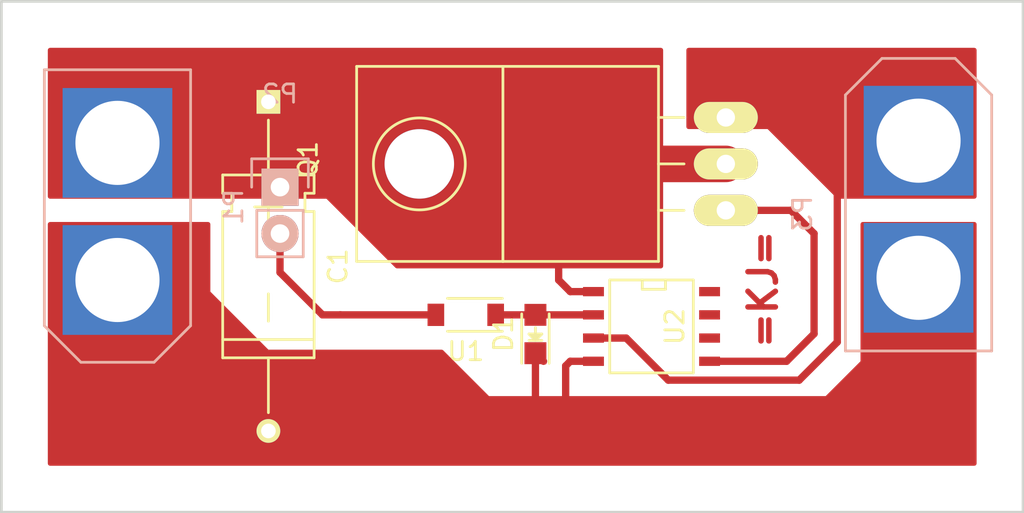
<source format=kicad_pcb>
(kicad_pcb (version 4) (host pcbnew 4.0.4+e1-6308~48~ubuntu16.04.1-stable)

  (general
    (links 15)
    (no_connects 1)
    (area 104.064999 76.124999 160.095001 104.215001)
    (thickness 1.6)
    (drawings 5)
    (tracks 25)
    (zones 0)
    (modules 8)
    (nets 7)
  )

  (page A4)
  (layers
    (0 F.Cu signal)
    (31 B.Cu signal)
    (32 B.Adhes user)
    (33 F.Adhes user)
    (34 B.Paste user)
    (35 F.Paste user)
    (36 B.SilkS user)
    (37 F.SilkS user)
    (38 B.Mask user)
    (39 F.Mask user)
    (40 Dwgs.User user)
    (41 Cmts.User user)
    (42 Eco1.User user)
    (43 Eco2.User user)
    (44 Edge.Cuts user)
    (45 Margin user)
    (46 B.CrtYd user hide)
    (47 F.CrtYd user hide)
    (48 B.Fab user hide)
    (49 F.Fab user hide)
  )

  (setup
    (last_trace_width 0.4)
    (user_trace_width 0.4)
    (user_trace_width 0.5)
    (user_trace_width 0.6)
    (user_trace_width 1)
    (user_trace_width 2)
    (trace_clearance 0.2)
    (zone_clearance 0.508)
    (zone_45_only no)
    (trace_min 0.2)
    (segment_width 0.2)
    (edge_width 0.15)
    (via_size 0.6)
    (via_drill 0.4)
    (via_min_size 0.4)
    (via_min_drill 0.3)
    (uvia_size 0.3)
    (uvia_drill 0.1)
    (uvias_allowed no)
    (uvia_min_size 0.2)
    (uvia_min_drill 0.1)
    (pcb_text_width 0.3)
    (pcb_text_size 1.5 1.5)
    (mod_edge_width 0.15)
    (mod_text_size 1 1)
    (mod_text_width 0.15)
    (pad_size 1.524 1.524)
    (pad_drill 0.762)
    (pad_to_mask_clearance 0.2)
    (aux_axis_origin 0 0)
    (visible_elements FFFFFF7F)
    (pcbplotparams
      (layerselection 0x01000_00000001)
      (usegerberextensions false)
      (excludeedgelayer true)
      (linewidth 0.100000)
      (plotframeref false)
      (viasonmask false)
      (mode 1)
      (useauxorigin false)
      (hpglpennumber 1)
      (hpglpenspeed 20)
      (hpglpendiameter 15)
      (hpglpenoverlay 2)
      (psnegative false)
      (psa4output false)
      (plotreference true)
      (plotvalue true)
      (plotinvisibletext false)
      (padsonsilk false)
      (subtractmaskfromsilk false)
      (outputformat 1)
      (mirror false)
      (drillshape 0)
      (scaleselection 1)
      (outputdirectory "/media/mdh/FREDRIK H/KSW/"))
  )

  (net 0 "")
  (net 1 "Net-(D1-Pad2)")
  (net 2 GND)
  (net 3 +BATT)
  (net 4 "Net-(P2-Pad2)")
  (net 5 /Load+)
  (net 6 "Net-(Q1-Pad1)")

  (net_class Default "This is the default net class."
    (clearance 0.2)
    (trace_width 0.25)
    (via_dia 0.6)
    (via_drill 0.4)
    (uvia_dia 0.3)
    (uvia_drill 0.1)
    (add_net +BATT)
    (add_net /Load+)
    (add_net GND)
    (add_net "Net-(D1-Pad2)")
    (add_net "Net-(P2-Pad2)")
    (add_net "Net-(Q1-Pad1)")
  )

  (module LEDs:LED_0805 (layer F.Cu) (tedit 55BDE1C2) (tstamp 5819CB31)
    (at 133.35 94.39402 90)
    (descr "LED 0805 smd package")
    (tags "LED 0805 SMD")
    (path /5819D8CE)
    (attr smd)
    (fp_text reference D1 (at 0 -1.75 90) (layer F.SilkS)
      (effects (font (size 1 1) (thickness 0.15)))
    )
    (fp_text value LED (at 0 1.75 90) (layer F.Fab)
      (effects (font (size 1 1) (thickness 0.15)))
    )
    (fp_line (start -0.4 -0.3) (end -0.4 0.3) (layer F.Fab) (width 0.15))
    (fp_line (start -0.3 0) (end 0 -0.3) (layer F.Fab) (width 0.15))
    (fp_line (start 0 0.3) (end -0.3 0) (layer F.Fab) (width 0.15))
    (fp_line (start 0 -0.3) (end 0 0.3) (layer F.Fab) (width 0.15))
    (fp_line (start 1 -0.6) (end -1 -0.6) (layer F.Fab) (width 0.15))
    (fp_line (start 1 0.6) (end 1 -0.6) (layer F.Fab) (width 0.15))
    (fp_line (start -1 0.6) (end 1 0.6) (layer F.Fab) (width 0.15))
    (fp_line (start -1 -0.6) (end -1 0.6) (layer F.Fab) (width 0.15))
    (fp_line (start -1.6 0.75) (end 1.1 0.75) (layer F.SilkS) (width 0.15))
    (fp_line (start -1.6 -0.75) (end 1.1 -0.75) (layer F.SilkS) (width 0.15))
    (fp_line (start -0.1 0.15) (end -0.1 -0.1) (layer F.SilkS) (width 0.15))
    (fp_line (start -0.1 -0.1) (end -0.25 0.05) (layer F.SilkS) (width 0.15))
    (fp_line (start -0.35 -0.35) (end -0.35 0.35) (layer F.SilkS) (width 0.15))
    (fp_line (start 0 0) (end 0.35 0) (layer F.SilkS) (width 0.15))
    (fp_line (start -0.35 0) (end 0 -0.35) (layer F.SilkS) (width 0.15))
    (fp_line (start 0 -0.35) (end 0 0.35) (layer F.SilkS) (width 0.15))
    (fp_line (start 0 0.35) (end -0.35 0) (layer F.SilkS) (width 0.15))
    (fp_line (start 1.9 -0.95) (end 1.9 0.95) (layer F.CrtYd) (width 0.05))
    (fp_line (start 1.9 0.95) (end -1.9 0.95) (layer F.CrtYd) (width 0.05))
    (fp_line (start -1.9 0.95) (end -1.9 -0.95) (layer F.CrtYd) (width 0.05))
    (fp_line (start -1.9 -0.95) (end 1.9 -0.95) (layer F.CrtYd) (width 0.05))
    (pad 2 smd rect (at 1.04902 0 270) (size 1.19888 1.19888) (layers F.Cu F.Paste F.Mask)
      (net 1 "Net-(D1-Pad2)"))
    (pad 1 smd rect (at -1.04902 0 270) (size 1.19888 1.19888) (layers F.Cu F.Paste F.Mask)
      (net 2 GND))
    (model LEDs.3dshapes/LED_0805.wrl
      (at (xyz 0 0 0))
      (scale (xyz 1 1 1))
      (rotate (xyz 0 0 0))
    )
  )

  (module KiCad-Dev:XT60 (layer B.Cu) (tedit 580F8DBD) (tstamp 5819CB37)
    (at 110.49 91.44 90)
    (tags "XT60 conn")
    (path /5819E424)
    (fp_text reference P1 (at 4 6.35 90) (layer B.SilkS)
      (effects (font (size 1 1) (thickness 0.15)) (justify mirror))
    )
    (fp_text value CONN_XT60 (at 3.81 5 90) (layer B.Fab)
      (effects (font (size 1 1) (thickness 0.15)) (justify mirror))
    )
    (fp_line (start -4.5 -2) (end -4.5 2) (layer B.SilkS) (width 0.15))
    (fp_line (start -4.5 -2) (end -2.5 -4) (layer B.SilkS) (width 0.15))
    (fp_line (start -4.5 2) (end -2.5 4) (layer B.SilkS) (width 0.15))
    (fp_line (start 11.5 -4) (end -2.5 -4) (layer B.SilkS) (width 0.15))
    (fp_line (start -2.5 4) (end 11.5 4) (layer B.SilkS) (width 0.15))
    (fp_line (start 11.5 -4) (end 11.5 4) (layer B.SilkS) (width 0.15))
    (pad 1 thru_hole rect (at 0 0 90) (size 6 6) (drill 4.6) (layers *.Cu *.Mask)
      (net 2 GND))
    (pad 2 thru_hole rect (at 7.5 0 90) (size 6 6) (drill 4.6) (layers *.Cu *.Mask)
      (net 3 +BATT))
  )

  (module Pin_Headers:Pin_Header_Straight_1x02 (layer B.Cu) (tedit 54EA090C) (tstamp 5819CB3D)
    (at 119.38 86.36 180)
    (descr "Through hole pin header")
    (tags "pin header")
    (path /5819D915)
    (fp_text reference P2 (at 0 5.1 180) (layer B.SilkS)
      (effects (font (size 1 1) (thickness 0.15)) (justify mirror))
    )
    (fp_text value CONN_01X02 (at 0 3.1 180) (layer B.Fab)
      (effects (font (size 1 1) (thickness 0.15)) (justify mirror))
    )
    (fp_line (start 1.27 -1.27) (end 1.27 -3.81) (layer B.SilkS) (width 0.15))
    (fp_line (start 1.55 1.55) (end 1.55 0) (layer B.SilkS) (width 0.15))
    (fp_line (start -1.75 1.75) (end -1.75 -4.3) (layer B.CrtYd) (width 0.05))
    (fp_line (start 1.75 1.75) (end 1.75 -4.3) (layer B.CrtYd) (width 0.05))
    (fp_line (start -1.75 1.75) (end 1.75 1.75) (layer B.CrtYd) (width 0.05))
    (fp_line (start -1.75 -4.3) (end 1.75 -4.3) (layer B.CrtYd) (width 0.05))
    (fp_line (start 1.27 -1.27) (end -1.27 -1.27) (layer B.SilkS) (width 0.15))
    (fp_line (start -1.55 0) (end -1.55 1.55) (layer B.SilkS) (width 0.15))
    (fp_line (start -1.55 1.55) (end 1.55 1.55) (layer B.SilkS) (width 0.15))
    (fp_line (start -1.27 -1.27) (end -1.27 -3.81) (layer B.SilkS) (width 0.15))
    (fp_line (start -1.27 -3.81) (end 1.27 -3.81) (layer B.SilkS) (width 0.15))
    (pad 1 thru_hole rect (at 0 0 180) (size 2.032 2.032) (drill 1.016) (layers *.Cu *.Mask B.SilkS)
      (net 3 +BATT))
    (pad 2 thru_hole oval (at 0 -2.54 180) (size 2.032 2.032) (drill 1.016) (layers *.Cu *.Mask B.SilkS)
      (net 4 "Net-(P2-Pad2)"))
    (model Pin_Headers.3dshapes/Pin_Header_Straight_1x02.wrl
      (at (xyz 0 -0.05 0))
      (scale (xyz 1 1 1))
      (rotate (xyz 0 0 90))
    )
  )

  (module KiCad-Dev:XT60 (layer B.Cu) (tedit 580F8DBD) (tstamp 5819CB43)
    (at 154.305 83.82 270)
    (tags "XT60 conn")
    (path /5819E590)
    (fp_text reference P3 (at 4 6.35 270) (layer B.SilkS)
      (effects (font (size 1 1) (thickness 0.15)) (justify mirror))
    )
    (fp_text value CONN_XT60 (at 3.81 5 270) (layer B.Fab)
      (effects (font (size 1 1) (thickness 0.15)) (justify mirror))
    )
    (fp_line (start -4.5 -2) (end -4.5 2) (layer B.SilkS) (width 0.15))
    (fp_line (start -4.5 -2) (end -2.5 -4) (layer B.SilkS) (width 0.15))
    (fp_line (start -4.5 2) (end -2.5 4) (layer B.SilkS) (width 0.15))
    (fp_line (start 11.5 -4) (end -2.5 -4) (layer B.SilkS) (width 0.15))
    (fp_line (start -2.5 4) (end 11.5 4) (layer B.SilkS) (width 0.15))
    (fp_line (start 11.5 -4) (end 11.5 4) (layer B.SilkS) (width 0.15))
    (pad 1 thru_hole rect (at 0 0 270) (size 6 6) (drill 4.6) (layers *.Cu *.Mask)
      (net 5 /Load+))
    (pad 2 thru_hole rect (at 7.5 0 270) (size 6 6) (drill 4.6) (layers *.Cu *.Mask)
      (net 2 GND))
  )

  (module KiCad-Dev:TO-220_Horizontal_LargePads_HeatsinkPad (layer F.Cu) (tedit 5818BBC2) (tstamp 5819CB4B)
    (at 143.764 85.09 90)
    (descr TO-220)
    (tags TO-220)
    (path /5819EAFF)
    (fp_text reference Q1 (at 0.24892 -22.84984 90) (layer F.SilkS)
      (effects (font (size 1 1) (thickness 0.15)))
    )
    (fp_text value IRFB7537PbF (at -0.20066 4.24942 90) (layer F.Fab)
      (effects (font (size 1 1) (thickness 0.15)))
    )
    (fp_line (start -2.54 -3.683) (end -2.54 -2.286) (layer F.SilkS) (width 0.15))
    (fp_line (start 0 -3.683) (end 0 -2.286) (layer F.SilkS) (width 0.15))
    (fp_line (start 2.54 -3.683) (end 2.54 -2.286) (layer F.SilkS) (width 0.15))
    (fp_circle (center 0 -16.764) (end 1.778 -14.986) (layer F.SilkS) (width 0.15))
    (fp_line (start 5.334 -12.192) (end 5.334 -20.193) (layer F.SilkS) (width 0.15))
    (fp_line (start 5.334 -20.193) (end -5.334 -20.193) (layer F.SilkS) (width 0.15))
    (fp_line (start -5.334 -20.193) (end -5.334 -12.192) (layer F.SilkS) (width 0.15))
    (fp_line (start 5.334 -3.683) (end 5.334 -12.192) (layer F.SilkS) (width 0.15))
    (fp_line (start 5.334 -12.192) (end -5.334 -12.192) (layer F.SilkS) (width 0.15))
    (fp_line (start -5.334 -12.192) (end -5.334 -3.683) (layer F.SilkS) (width 0.15))
    (fp_line (start 0 -3.683) (end -5.334 -3.683) (layer F.SilkS) (width 0.15))
    (fp_line (start 0 -3.683) (end 5.334 -3.683) (layer F.SilkS) (width 0.15))
    (pad 2 thru_hole oval (at 0 0 180) (size 3.50012 1.69926) (drill 1.00076) (layers *.Cu *.Mask F.SilkS)
      (net 3 +BATT))
    (pad 1 thru_hole oval (at -2.54 0 180) (size 3.50012 1.69926) (drill 1.00076) (layers *.Cu *.Mask F.SilkS)
      (net 6 "Net-(Q1-Pad1)"))
    (pad 3 thru_hole oval (at 2.54 0 180) (size 3.50012 1.69926) (drill 1.00076) (layers *.Cu *.Mask F.SilkS)
      (net 5 /Load+))
    (pad 2 thru_hole circle (at 0 -16.764 180) (size 3.79984 3.79984) (drill 3.79984) (layers *.Cu *.Mask)
      (net 3 +BATT))
    (model TO_SOT_Packages_THT.3dshapes/TO-220_Neutral123_Horizontal_LargePads.wrl
      (at (xyz 0 0 0))
      (scale (xyz 0.3937 0.3937 0.3937))
      (rotate (xyz 0 0 0))
    )
  )

  (module Diodes_SMD:SOD-123 (layer F.Cu) (tedit 5753A53E) (tstamp 5819CB51)
    (at 129.54 93.345 180)
    (descr SOD-123)
    (tags SOD-123)
    (path /5819D445)
    (attr smd)
    (fp_text reference U1 (at 0 -2 180) (layer F.SilkS)
      (effects (font (size 1 1) (thickness 0.15)))
    )
    (fp_text value NSI45020AT1G (at 0 2.1 180) (layer F.Fab)
      (effects (font (size 1 1) (thickness 0.15)))
    )
    (fp_line (start 0.25 0) (end 0.75 0) (layer F.Fab) (width 0.15))
    (fp_line (start 0.25 0.4) (end -0.35 0) (layer F.Fab) (width 0.15))
    (fp_line (start 0.25 -0.4) (end 0.25 0.4) (layer F.Fab) (width 0.15))
    (fp_line (start -0.35 0) (end 0.25 -0.4) (layer F.Fab) (width 0.15))
    (fp_line (start -0.35 0) (end -0.35 0.55) (layer F.Fab) (width 0.15))
    (fp_line (start -0.35 0) (end -0.35 -0.55) (layer F.Fab) (width 0.15))
    (fp_line (start -0.75 0) (end -0.35 0) (layer F.Fab) (width 0.15))
    (fp_line (start -1.35 0.8) (end -1.35 -0.8) (layer F.Fab) (width 0.15))
    (fp_line (start 1.35 0.8) (end -1.35 0.8) (layer F.Fab) (width 0.15))
    (fp_line (start 1.35 -0.8) (end 1.35 0.8) (layer F.Fab) (width 0.15))
    (fp_line (start -1.35 -0.8) (end 1.35 -0.8) (layer F.Fab) (width 0.15))
    (fp_line (start -2.25 -1.05) (end 2.25 -1.05) (layer F.CrtYd) (width 0.05))
    (fp_line (start 2.25 -1.05) (end 2.25 1.05) (layer F.CrtYd) (width 0.05))
    (fp_line (start 2.25 1.05) (end -2.25 1.05) (layer F.CrtYd) (width 0.05))
    (fp_line (start -2.25 -1.05) (end -2.25 1.05) (layer F.CrtYd) (width 0.05))
    (fp_line (start -2 0.9) (end 1 0.9) (layer F.SilkS) (width 0.15))
    (fp_line (start -2 -0.9) (end 1 -0.9) (layer F.SilkS) (width 0.15))
    (pad 1 smd rect (at -1.635 0 180) (size 0.91 1.22) (layers F.Cu F.Paste F.Mask)
      (net 1 "Net-(D1-Pad2)"))
    (pad 2 smd rect (at 1.635 0 180) (size 0.91 1.22) (layers F.Cu F.Paste F.Mask)
      (net 4 "Net-(P2-Pad2)"))
    (model ${KISYS3DMOD}/Diodes_SMD.3dshapes/SOD-123.wrl
      (at (xyz 0 0 0))
      (scale (xyz 1 1 1))
      (rotate (xyz 0 0 0))
    )
  )

  (module SMD_Packages:SOIC-8-N (layer F.Cu) (tedit 0) (tstamp 5819CB5D)
    (at 139.7 93.98 270)
    (descr "Module Narrow CMS SOJ 8 pins large")
    (tags "CMS SOJ")
    (path /5819C99D)
    (attr smd)
    (fp_text reference U2 (at 0 -1.27 270) (layer F.SilkS)
      (effects (font (size 1 1) (thickness 0.15)))
    )
    (fp_text value MIC5014 (at 0 1.27 270) (layer F.Fab)
      (effects (font (size 1 1) (thickness 0.15)))
    )
    (fp_line (start -2.54 -2.286) (end 2.54 -2.286) (layer F.SilkS) (width 0.15))
    (fp_line (start 2.54 -2.286) (end 2.54 2.286) (layer F.SilkS) (width 0.15))
    (fp_line (start 2.54 2.286) (end -2.54 2.286) (layer F.SilkS) (width 0.15))
    (fp_line (start -2.54 2.286) (end -2.54 -2.286) (layer F.SilkS) (width 0.15))
    (fp_line (start -2.54 -0.762) (end -2.032 -0.762) (layer F.SilkS) (width 0.15))
    (fp_line (start -2.032 -0.762) (end -2.032 0.508) (layer F.SilkS) (width 0.15))
    (fp_line (start -2.032 0.508) (end -2.54 0.508) (layer F.SilkS) (width 0.15))
    (pad 8 smd rect (at -1.905 -3.175 270) (size 0.508 1.143) (layers F.Cu F.Paste F.Mask))
    (pad 7 smd rect (at -0.635 -3.175 270) (size 0.508 1.143) (layers F.Cu F.Paste F.Mask))
    (pad 6 smd rect (at 0.635 -3.175 270) (size 0.508 1.143) (layers F.Cu F.Paste F.Mask))
    (pad 5 smd rect (at 1.905 -3.175 270) (size 0.508 1.143) (layers F.Cu F.Paste F.Mask)
      (net 6 "Net-(Q1-Pad1)"))
    (pad 4 smd rect (at 1.905 3.175 270) (size 0.508 1.143) (layers F.Cu F.Paste F.Mask)
      (net 2 GND))
    (pad 3 smd rect (at 0.635 3.175 270) (size 0.508 1.143) (layers F.Cu F.Paste F.Mask)
      (net 5 /Load+))
    (pad 2 smd rect (at -0.635 3.175 270) (size 0.508 1.143) (layers F.Cu F.Paste F.Mask)
      (net 1 "Net-(D1-Pad2)"))
    (pad 1 smd rect (at -1.905 3.175 270) (size 0.508 1.143) (layers F.Cu F.Paste F.Mask)
      (net 3 +BATT))
    (model SMD_Packages.3dshapes/SOIC-8-N.wrl
      (at (xyz 0 0 0))
      (scale (xyz 0.5 0.38 0.5))
      (rotate (xyz 0 0 0))
    )
  )

  (module Capacitors_ThroughHole:C_Axial_D5_L11_P18 (layer F.Cu) (tedit 0) (tstamp 5819D7E2)
    (at 118.745 81.695 270)
    (descr "Axial Electrolytic Capacitor Diameter 5mm x Length 11mm, Pitch 18mm")
    (tags "Electrolytic Capacitor")
    (path /5819F45C)
    (fp_text reference C1 (at 9 -3.8 270) (layer F.SilkS)
      (effects (font (size 1 1) (thickness 0.15)))
    )
    (fp_text value 10uF (at 9 3.8 270) (layer F.Fab)
      (effects (font (size 1 1) (thickness 0.15)))
    )
    (fp_line (start 6 2.5) (end 14 2.5) (layer F.SilkS) (width 0.15))
    (fp_line (start 5 2.5) (end 4 2.5) (layer F.SilkS) (width 0.15))
    (fp_line (start 5 -2.5) (end 4 -2.5) (layer F.SilkS) (width 0.15))
    (fp_line (start 14 -2.5) (end 6 -2.5) (layer F.SilkS) (width 0.15))
    (fp_line (start 14 2.5) (end 14 -2.5) (layer F.SilkS) (width 0.15))
    (fp_line (start 13 -2.5) (end 13 2.5) (layer F.SilkS) (width 0.15))
    (fp_line (start 4 2.5) (end 4 -2.5) (layer F.SilkS) (width 0.15))
    (fp_line (start 6 2.5) (end 6 2) (layer F.SilkS) (width 0.15))
    (fp_line (start 6 2) (end 5 2) (layer F.SilkS) (width 0.15))
    (fp_line (start 5 2) (end 5 2.5) (layer F.SilkS) (width 0.15))
    (fp_line (start 5 -2.5) (end 5 -2) (layer F.SilkS) (width 0.15))
    (fp_line (start 5 -2) (end 6 -2) (layer F.SilkS) (width 0.15))
    (fp_line (start 6 -2) (end 6 -2.5) (layer F.SilkS) (width 0.15))
    (fp_line (start 17 0) (end 14 0) (layer F.SilkS) (width 0.15))
    (fp_line (start 4 0) (end 1 0) (layer F.SilkS) (width 0.15))
    (fp_line (start 10.5 0) (end 12 0) (layer F.SilkS) (width 0.15))
    (fp_line (start 5 0) (end 6.5 0) (layer F.SilkS) (width 0.15))
    (fp_line (start 5.75 0.75) (end 5.75 -0.75) (layer F.SilkS) (width 0.15))
    (fp_line (start -1 -2.8) (end 19 -2.8) (layer F.CrtYd) (width 0.05))
    (fp_line (start 19 -2.8) (end 19 2.8) (layer F.CrtYd) (width 0.05))
    (fp_line (start 19 2.8) (end -1 2.8) (layer F.CrtYd) (width 0.05))
    (fp_line (start -1 2.8) (end -1 -2.8) (layer F.CrtYd) (width 0.05))
    (pad 1 thru_hole rect (at 0 0 270) (size 1.3 1.3) (drill 0.8) (layers *.Cu *.Mask F.SilkS)
      (net 3 +BATT))
    (pad 2 thru_hole circle (at 18 0 270) (size 1.3 1.3) (drill 0.8) (layers *.Cu *.Mask F.SilkS)
      (net 2 GND))
    (model Capacitors_ThroughHole.3dshapes/C_Axial_D5_L11_P18.wrl
      (at (xyz 0.354331 0 0))
      (scale (xyz 1 1 1))
      (rotate (xyz 0 0 180))
    )
  )

  (gr_text =KJ= (at 145.796 91.948 90) (layer F.Cu)
    (effects (font (size 1.5 1.5) (thickness 0.3)))
  )
  (gr_line (start 160.02 76.2) (end 104.14 76.2) (layer Edge.Cuts) (width 0.15))
  (gr_line (start 160.02 104.14) (end 160.02 76.2) (layer Edge.Cuts) (width 0.15))
  (gr_line (start 104.14 104.14) (end 160.02 104.14) (layer Edge.Cuts) (width 0.15))
  (gr_line (start 104.14 76.2) (end 104.14 104.14) (layer Edge.Cuts) (width 0.15))

  (segment (start 133.35 93.345) (end 131.175 93.345) (width 0.4) (layer F.Cu) (net 1))
  (segment (start 136.525 93.345) (end 133.35 93.345) (width 0.4) (layer F.Cu) (net 1))
  (segment (start 136.525 95.885) (end 135.255 95.885) (width 0.4) (layer F.Cu) (net 2))
  (segment (start 135.255 95.885) (end 135.003192 96.136808) (width 0.4) (layer F.Cu) (net 2))
  (segment (start 135.003192 96.136808) (end 135.003192 98.041808) (width 0.4) (layer F.Cu) (net 2))
  (segment (start 133.35 95.44304) (end 133.35 98.425) (width 0.4) (layer F.Cu) (net 2))
  (segment (start 133.79196 95.885) (end 133.35 95.44304) (width 0.4) (layer F.Cu) (net 2))
  (segment (start 134.62 91.44) (end 134.62 90.17) (width 0.4) (layer F.Cu) (net 3))
  (segment (start 135.255 92.075) (end 134.62 91.44) (width 0.4) (layer F.Cu) (net 3))
  (segment (start 136.525 92.075) (end 135.255 92.075) (width 0.4) (layer F.Cu) (net 3))
  (segment (start 143.764 85.09) (end 138.43 85.09) (width 2) (layer F.Cu) (net 3))
  (segment (start 119.38 88.9) (end 119.38 91.023281) (width 0.4) (layer F.Cu) (net 4))
  (segment (start 119.38 91.023281) (end 121.701719 93.345) (width 0.4) (layer F.Cu) (net 4))
  (segment (start 121.701719 93.345) (end 122.67878 93.345) (width 0.4) (layer F.Cu) (net 4))
  (segment (start 122.67878 93.345) (end 127.905 93.345) (width 0.4) (layer F.Cu) (net 4))
  (segment (start 136.525 94.615) (end 138.312874 94.615) (width 0.4) (layer F.Cu) (net 5))
  (segment (start 138.312874 94.615) (end 140.615004 96.91713) (width 0.4) (layer F.Cu) (net 5))
  (segment (start 140.615004 96.91713) (end 147.775941 96.91713) (width 0.4) (layer F.Cu) (net 5))
  (segment (start 147.775941 96.91713) (end 149.86 94.833071) (width 0.4) (layer F.Cu) (net 5))
  (segment (start 149.86 94.833071) (end 149.86 86.591344) (width 0.4) (layer F.Cu) (net 5))
  (segment (start 142.875 95.885) (end 147.086842 95.885) (width 0.4) (layer F.Cu) (net 6))
  (segment (start 147.086842 95.885) (end 148.59 94.381842) (width 0.4) (layer F.Cu) (net 6))
  (segment (start 148.59 94.381842) (end 148.59 88.9) (width 0.4) (layer F.Cu) (net 6))
  (segment (start 148.59 88.9) (end 147.32 87.63) (width 0.4) (layer F.Cu) (net 6))
  (segment (start 147.32 87.63) (end 143.764 87.63) (width 0.4) (layer F.Cu) (net 6))

  (zone (net 3) (net_name +BATT) (layer F.Cu) (tstamp 0) (hatch edge 0.508)
    (connect_pads yes (clearance 0.508))
    (min_thickness 0.254)
    (fill yes (arc_segments 16) (thermal_gap 0.508) (thermal_bridge_width 0.508))
    (polygon
      (pts
        (xy 106.68 78.74) (xy 140.335 78.74) (xy 140.335 90.805) (xy 125.73 90.805) (xy 121.92 86.995)
        (xy 106.68 86.995)
      )
    )
    (filled_polygon
      (pts
        (xy 140.208 90.678) (xy 125.782606 90.678) (xy 122.009803 86.905197) (xy 121.967789 86.877334) (xy 121.92 86.868)
        (xy 106.807 86.868) (xy 106.807 78.867) (xy 140.208 78.867)
      )
    )
  )
  (zone (net 5) (net_name /Load+) (layer F.Cu) (tstamp 0) (hatch edge 0.508)
    (connect_pads yes (clearance 0.508))
    (min_thickness 0.254)
    (fill yes (arc_segments 16) (thermal_gap 0.508) (thermal_bridge_width 0.508))
    (polygon
      (pts
        (xy 141.605 83.185) (xy 146.05 83.185) (xy 149.86 86.995) (xy 157.48 86.995) (xy 157.48 78.74)
        (xy 141.605 78.74)
      )
    )
    (filled_polygon
      (pts
        (xy 157.353 86.868) (xy 149.912606 86.868) (xy 146.139803 83.095197) (xy 146.097789 83.067334) (xy 146.05 83.058)
        (xy 141.732 83.058) (xy 141.732 78.867) (xy 157.353 78.867)
      )
    )
  )
  (zone (net 2) (net_name GND) (layer F.Cu) (tstamp 0) (hatch edge 0.508)
    (connect_pads yes (clearance 0.508))
    (min_thickness 0.254)
    (fill yes (arc_segments 16) (thermal_gap 0.508) (thermal_bridge_width 0.508))
    (polygon
      (pts
        (xy 157.48 88.265) (xy 157.48 101.6) (xy 106.68 101.6) (xy 106.68 88.265) (xy 113.665 88.265)
        (xy 115.57 88.265) (xy 115.57 92.075) (xy 118.745 95.25) (xy 128.27 95.25) (xy 130.81 97.79)
        (xy 149.225 97.79) (xy 151.13 95.885) (xy 151.13 88.265)
      )
    )
    (filled_polygon
      (pts
        (xy 115.443 92.075) (xy 115.453006 92.12441) (xy 115.480197 92.164803) (xy 118.655197 95.339803) (xy 118.697211 95.367666)
        (xy 118.745 95.377) (xy 128.217394 95.377) (xy 130.720197 97.879803) (xy 130.762211 97.907666) (xy 130.81 97.917)
        (xy 149.225 97.917) (xy 149.27441 97.906994) (xy 149.314803 97.879803) (xy 151.219803 95.974803) (xy 151.247666 95.932789)
        (xy 151.257 95.885) (xy 151.257 88.392) (xy 157.353 88.392) (xy 157.353 101.473) (xy 106.807 101.473)
        (xy 106.807 88.392) (xy 115.443 88.392)
      )
    )
  )
)

</source>
